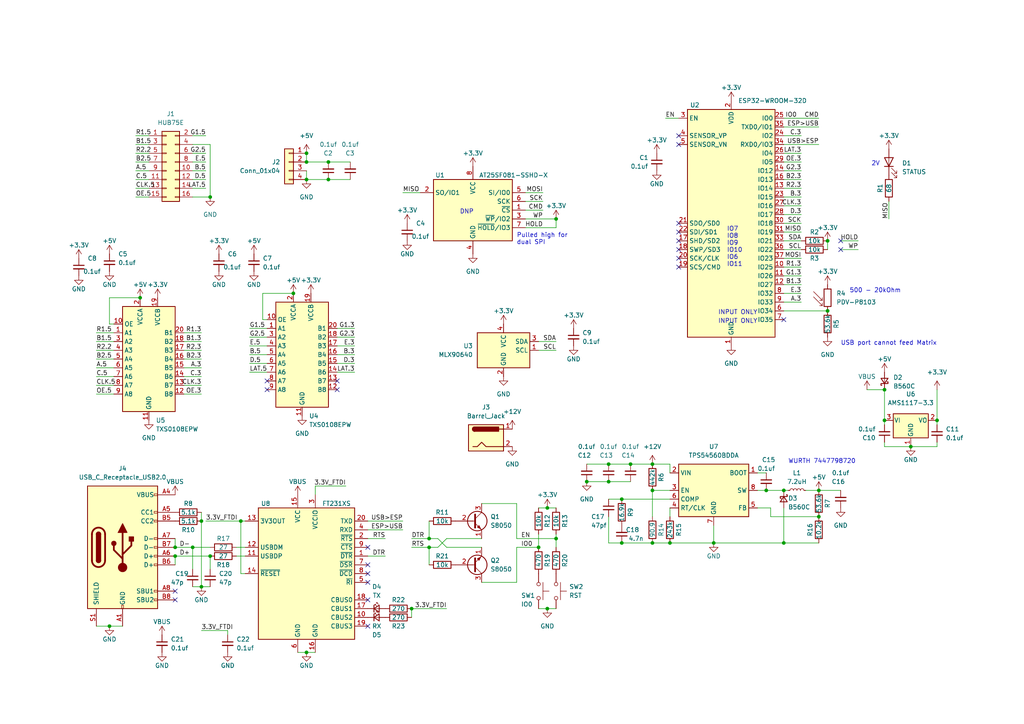
<source format=kicad_sch>
(kicad_sch (version 20211123) (generator eeschema)
  (paper "A4")
  (junction (at 227.33 142.24))
  (junction (at 58.42 170.18))
  (junction (at 88.9 52.07))
  (junction (at 88.9 44.45))
  (junction (at 189.23 134.62))
  (junction (at 60.96 57.15))
  (junction (at 88.9 189.23))
  (junction (at 240.03 90.17))
  (junction (at 182.88 134.62))
  (junction (at 256.54 113.03))
  (junction (at 40.64 86.36))
  (junction (at 50.8 161.29))
  (junction (at 124.46 156.21))
  (junction (at 55.88 158.75))
  (junction (at 60.96 161.29))
  (junction (at 85.09 85.09))
  (junction (at 119.38 176.53))
  (junction (at 69.85 151.13))
  (junction (at 95.25 46.99))
  (junction (at 189.23 142.24))
  (junction (at 88.9 46.99))
  (junction (at 124.46 158.75))
  (junction (at 95.25 52.07))
  (junction (at 176.53 134.62))
  (junction (at 256.54 121.92))
  (junction (at 237.49 142.24))
  (junction (at 237.49 149.86))
  (junction (at 170.18 139.7))
  (junction (at 207.01 157.48))
  (junction (at 240.03 69.85))
  (junction (at 161.29 63.5))
  (junction (at 222.25 142.24))
  (junction (at 264.16 129.54))
  (junction (at 58.42 151.13))
  (junction (at 180.34 144.78))
  (junction (at 227.33 157.48))
  (junction (at 176.53 139.7))
  (junction (at 158.75 176.53))
  (junction (at 180.34 157.48))
  (junction (at 271.78 121.92))
  (junction (at 194.31 157.48))
  (junction (at 189.23 157.48))
  (junction (at 158.75 147.32))
  (junction (at 161.29 156.21))
  (junction (at 31.75 181.61))
  (junction (at 50.8 158.75))
  (junction (at 156.21 158.75))
  (no_connect (at 196.85 41.91))
  (no_connect (at 196.85 39.37))
  (no_connect (at 196.85 72.39))
  (no_connect (at 196.85 74.93))
  (no_connect (at 196.85 77.47))
  (no_connect (at 196.85 67.31))
  (no_connect (at 196.85 69.85))
  (no_connect (at 196.85 64.77))
  (no_connect (at 243.84 72.39))
  (no_connect (at 243.84 69.85))
  (no_connect (at 106.68 173.99))
  (no_connect (at 106.68 168.91))
  (no_connect (at 106.68 181.61))
  (no_connect (at 97.79 110.49))
  (no_connect (at 97.79 113.03))
  (no_connect (at 77.47 113.03))
  (no_connect (at 227.33 92.71))
  (no_connect (at 50.8 173.99))
  (no_connect (at 50.8 171.45))
  (no_connect (at 77.47 110.49))
  (no_connect (at 106.68 158.75))
  (no_connect (at 106.68 166.37))
  (no_connect (at 106.68 163.83))
  (wire (pts (xy 86.36 189.23) (xy 88.9 189.23)))
  (wire (pts (xy 55.88 170.18) (xy 58.42 170.18)))
  (wire (pts (xy 58.42 182.88) (xy 66.04 182.88)))
  (wire (pts (xy 227.33 52.07) (xy 232.41 52.07)))
  (wire (pts (xy 60.96 161.29) (xy 60.96 165.1)))
  (wire (pts (xy 189.23 149.86) (xy 189.23 142.24)))
  (wire (pts (xy 227.33 82.55) (xy 232.41 82.55)))
  (wire (pts (xy 69.85 151.13) (xy 71.12 151.13)))
  (wire (pts (xy 156.21 147.32) (xy 158.75 147.32)))
  (wire (pts (xy 189.23 142.24) (xy 194.31 142.24)))
  (wire (pts (xy 76.2 92.71) (xy 77.47 92.71)))
  (wire (pts (xy 58.42 148.59) (xy 58.42 151.13)))
  (wire (pts (xy 53.34 104.14) (xy 58.42 104.14)))
  (wire (pts (xy 227.33 77.47) (xy 232.41 77.47)))
  (wire (pts (xy 119.38 158.75) (xy 124.46 158.75)))
  (wire (pts (xy 39.37 57.15) (xy 43.18 57.15)))
  (wire (pts (xy 152.4 58.42) (xy 157.48 58.42)))
  (wire (pts (xy 31.75 86.36) (xy 40.64 86.36)))
  (wire (pts (xy 39.37 44.45) (xy 43.18 44.45)))
  (wire (pts (xy 149.86 158.75) (xy 156.21 158.75)))
  (wire (pts (xy 161.29 66.04) (xy 161.29 63.5)))
  (wire (pts (xy 227.33 147.32) (xy 227.33 157.48)))
  (wire (pts (xy 156.21 176.53) (xy 158.75 176.53)))
  (wire (pts (xy 95.25 46.99) (xy 101.6 46.99)))
  (wire (pts (xy 53.34 106.68) (xy 58.42 106.68)))
  (wire (pts (xy 256.54 129.54) (xy 256.54 128.27)))
  (wire (pts (xy 139.7 158.75) (xy 129.54 158.75)))
  (wire (pts (xy 271.78 129.54) (xy 264.16 129.54)))
  (wire (pts (xy 227.33 36.83) (xy 237.49 36.83)))
  (wire (pts (xy 176.53 149.86) (xy 176.53 157.48)))
  (wire (pts (xy 271.78 128.27) (xy 271.78 129.54)))
  (wire (pts (xy 127 156.21) (xy 124.46 156.21)))
  (wire (pts (xy 88.9 49.53) (xy 88.9 52.07)))
  (wire (pts (xy 50.8 156.21) (xy 50.8 158.75)))
  (wire (pts (xy 158.75 176.53) (xy 161.29 176.53)))
  (wire (pts (xy 152.4 66.04) (xy 161.29 66.04)))
  (wire (pts (xy 102.87 105.41) (xy 97.79 105.41)))
  (wire (pts (xy 149.86 168.91) (xy 139.7 168.91)))
  (wire (pts (xy 53.34 96.52) (xy 58.42 96.52)))
  (wire (pts (xy 194.31 134.62) (xy 194.31 137.16)))
  (wire (pts (xy 72.39 102.87) (xy 77.47 102.87)))
  (wire (pts (xy 55.88 39.37) (xy 59.69 39.37)))
  (wire (pts (xy 129.54 176.53) (xy 119.38 176.53)))
  (wire (pts (xy 227.33 41.91) (xy 237.49 41.91)))
  (wire (pts (xy 233.68 142.24) (xy 237.49 142.24)))
  (wire (pts (xy 223.52 149.86) (xy 223.52 147.32)))
  (wire (pts (xy 227.33 69.85) (xy 232.41 69.85)))
  (wire (pts (xy 227.33 64.77) (xy 232.41 64.77)))
  (wire (pts (xy 88.9 189.23) (xy 91.44 189.23)))
  (wire (pts (xy 227.33 59.69) (xy 232.41 59.69)))
  (wire (pts (xy 106.68 161.29) (xy 111.76 161.29)))
  (wire (pts (xy 39.37 41.91) (xy 43.18 41.91)))
  (wire (pts (xy 60.96 41.91) (xy 60.96 57.15)))
  (wire (pts (xy 180.34 144.78) (xy 194.31 144.78)))
  (wire (pts (xy 271.78 121.92) (xy 271.78 123.19)))
  (wire (pts (xy 53.34 99.06) (xy 58.42 99.06)))
  (wire (pts (xy 55.88 44.45) (xy 59.69 44.45)))
  (wire (pts (xy 180.34 157.48) (xy 189.23 157.48)))
  (wire (pts (xy 27.94 111.76) (xy 33.02 111.76)))
  (wire (pts (xy 39.37 52.07) (xy 43.18 52.07)))
  (wire (pts (xy 227.33 87.63) (xy 232.41 87.63)))
  (wire (pts (xy 116.84 55.88) (xy 121.92 55.88)))
  (wire (pts (xy 158.75 147.32) (xy 161.29 147.32)))
  (wire (pts (xy 227.33 39.37) (xy 232.41 39.37)))
  (wire (pts (xy 27.94 109.22) (xy 33.02 109.22)))
  (wire (pts (xy 102.87 97.79) (xy 97.79 97.79)))
  (wire (pts (xy 227.33 90.17) (xy 240.03 90.17)))
  (wire (pts (xy 240.03 69.85) (xy 240.03 72.39)))
  (wire (pts (xy 69.85 151.13) (xy 69.85 166.37)))
  (wire (pts (xy 55.88 41.91) (xy 60.96 41.91)))
  (wire (pts (xy 95.25 52.07) (xy 101.6 52.07)))
  (wire (pts (xy 39.37 39.37) (xy 43.18 39.37)))
  (wire (pts (xy 223.52 149.86) (xy 237.49 149.86)))
  (wire (pts (xy 106.68 153.67) (xy 116.84 153.67)))
  (wire (pts (xy 27.94 114.3) (xy 33.02 114.3)))
  (wire (pts (xy 189.23 157.48) (xy 194.31 157.48)))
  (wire (pts (xy 27.94 96.52) (xy 33.02 96.52)))
  (wire (pts (xy 256.54 113.03) (xy 256.54 121.92)))
  (wire (pts (xy 31.75 93.98) (xy 31.75 86.36)))
  (wire (pts (xy 50.8 163.83) (xy 50.8 161.29)))
  (wire (pts (xy 88.9 52.07) (xy 95.25 52.07)))
  (wire (pts (xy 194.31 147.32) (xy 194.31 149.86)))
  (wire (pts (xy 222.25 142.24) (xy 227.33 142.24)))
  (wire (pts (xy 39.37 49.53) (xy 43.18 49.53)))
  (wire (pts (xy 156.21 154.94) (xy 156.21 158.75)))
  (wire (pts (xy 237.49 142.24) (xy 243.84 142.24)))
  (wire (pts (xy 55.88 158.75) (xy 55.88 165.1)))
  (wire (pts (xy 27.94 104.14) (xy 33.02 104.14)))
  (wire (pts (xy 33.02 93.98) (xy 31.75 93.98)))
  (wire (pts (xy 72.39 105.41) (xy 77.47 105.41)))
  (wire (pts (xy 227.33 72.39) (xy 232.41 72.39)))
  (wire (pts (xy 27.94 181.61) (xy 31.75 181.61)))
  (wire (pts (xy 156.21 99.06) (xy 161.29 99.06)))
  (wire (pts (xy 50.8 161.29) (xy 60.96 161.29)))
  (wire (pts (xy 39.37 46.99) (xy 43.18 46.99)))
  (wire (pts (xy 72.39 100.33) (xy 77.47 100.33)))
  (wire (pts (xy 88.9 44.45) (xy 88.9 46.99)))
  (wire (pts (xy 119.38 156.21) (xy 124.46 156.21)))
  (wire (pts (xy 124.46 158.75) (xy 124.46 163.83)))
  (wire (pts (xy 264.16 129.54) (xy 256.54 129.54)))
  (wire (pts (xy 68.58 158.75) (xy 71.12 158.75)))
  (wire (pts (xy 124.46 156.21) (xy 124.46 151.13)))
  (wire (pts (xy 27.94 106.68) (xy 33.02 106.68)))
  (wire (pts (xy 85.09 85.09) (xy 76.2 85.09)))
  (wire (pts (xy 31.75 181.61) (xy 35.56 181.61)))
  (wire (pts (xy 39.37 54.61) (xy 43.18 54.61)))
  (wire (pts (xy 176.53 144.78) (xy 180.34 144.78)))
  (wire (pts (xy 66.04 182.88) (xy 66.04 184.15)))
  (wire (pts (xy 139.7 156.21) (xy 129.54 156.21)))
  (wire (pts (xy 189.23 134.62) (xy 194.31 134.62)))
  (wire (pts (xy 50.8 158.75) (xy 55.88 158.75)))
  (wire (pts (xy 232.41 80.01) (xy 227.33 80.01)))
  (wire (pts (xy 72.39 107.95) (xy 77.47 107.95)))
  (wire (pts (xy 102.87 95.25) (xy 97.79 95.25)))
  (wire (pts (xy 58.42 170.18) (xy 60.96 170.18)))
  (wire (pts (xy 119.38 176.53) (xy 119.38 179.07)))
  (wire (pts (xy 152.4 60.96) (xy 157.48 60.96)))
  (wire (pts (xy 227.33 74.93) (xy 232.41 74.93)))
  (wire (pts (xy 71.12 166.37) (xy 69.85 166.37)))
  (wire (pts (xy 176.53 134.62) (xy 182.88 134.62)))
  (wire (pts (xy 219.71 137.16) (xy 222.25 137.16)))
  (wire (pts (xy 176.53 139.7) (xy 182.88 139.7)))
  (wire (pts (xy 223.52 147.32) (xy 219.71 147.32)))
  (wire (pts (xy 91.44 140.97) (xy 100.33 140.97)))
  (wire (pts (xy 139.7 146.05) (xy 149.86 146.05)))
  (wire (pts (xy 161.29 156.21) (xy 161.29 158.75)))
  (wire (pts (xy 156.21 101.6) (xy 161.29 101.6)))
  (wire (pts (xy 170.18 134.62) (xy 176.53 134.62)))
  (wire (pts (xy 227.33 54.61) (xy 232.41 54.61)))
  (wire (pts (xy 55.88 52.07) (xy 59.69 52.07)))
  (wire (pts (xy 227.33 142.24) (xy 228.6 142.24)))
  (wire (pts (xy 232.41 85.09) (xy 227.33 85.09)))
  (wire (pts (xy 152.4 55.88) (xy 157.48 55.88)))
  (wire (pts (xy 149.86 158.75) (xy 149.86 168.91)))
  (wire (pts (xy 232.41 44.45) (xy 227.33 44.45)))
  (wire (pts (xy 129.54 158.75) (xy 127 156.21)))
  (wire (pts (xy 271.78 113.03) (xy 271.78 121.92)))
  (wire (pts (xy 227.33 157.48) (xy 237.49 157.48)))
  (wire (pts (xy 55.88 49.53) (xy 59.69 49.53)))
  (wire (pts (xy 58.42 151.13) (xy 58.42 170.18)))
  (wire (pts (xy 182.88 134.62) (xy 189.23 134.62)))
  (wire (pts (xy 59.69 151.13) (xy 69.85 151.13)))
  (wire (pts (xy 232.41 62.23) (xy 227.33 62.23)))
  (wire (pts (xy 55.88 57.15) (xy 60.96 57.15)))
  (wire (pts (xy 127 158.75) (xy 124.46 158.75)))
  (wire (pts (xy 232.41 49.53) (xy 227.33 49.53)))
  (wire (pts (xy 53.34 101.6) (xy 58.42 101.6)))
  (wire (pts (xy 193.04 34.29) (xy 196.85 34.29)))
  (wire (pts (xy 76.2 85.09) (xy 76.2 92.71)))
  (wire (pts (xy 91.44 143.51) (xy 91.44 140.97)))
  (wire (pts (xy 194.31 157.48) (xy 207.01 157.48)))
  (wire (pts (xy 149.86 146.05) (xy 149.86 156.21)))
  (wire (pts (xy 53.34 111.76) (xy 58.42 111.76)))
  (wire (pts (xy 72.39 97.79) (xy 77.47 97.79)))
  (wire (pts (xy 102.87 102.87) (xy 97.79 102.87)))
  (wire (pts (xy 88.9 46.99) (xy 95.25 46.99)))
  (wire (pts (xy 227.33 157.48) (xy 207.01 157.48)))
  (wire (pts (xy 106.68 156.21) (xy 111.76 156.21)))
  (wire (pts (xy 72.39 95.25) (xy 77.47 95.25)))
  (wire (pts (xy 129.54 156.21) (xy 127 158.75)))
  (wire (pts (xy 152.4 63.5) (xy 161.29 63.5)))
  (wire (pts (xy 219.71 142.24) (xy 222.25 142.24)))
  (wire (pts (xy 102.87 100.33) (xy 97.79 100.33)))
  (wire (pts (xy 243.84 69.85) (xy 248.92 69.85)))
  (wire (pts (xy 102.87 107.95) (xy 97.79 107.95)))
  (wire (pts (xy 27.94 99.06) (xy 33.02 99.06)))
  (wire (pts (xy 251.46 113.03) (xy 256.54 113.03)))
  (wire (pts (xy 176.53 157.48) (xy 180.34 157.48)))
  (wire (pts (xy 53.34 109.22) (xy 58.42 109.22)))
  (wire (pts (xy 227.33 67.31) (xy 232.41 67.31)))
  (wire (pts (xy 53.34 114.3) (xy 58.42 114.3)))
  (wire (pts (xy 55.88 158.75) (xy 60.96 158.75)))
  (wire (pts (xy 257.81 63.5) (xy 257.81 58.42)))
  (wire (pts (xy 207.01 157.48) (xy 207.01 152.4)))
  (wire (pts (xy 149.86 156.21) (xy 161.29 156.21)))
  (wire (pts (xy 55.88 46.99) (xy 59.69 46.99)))
  (wire (pts (xy 243.84 72.39) (xy 248.92 72.39)))
  (wire (pts (xy 68.58 161.29) (xy 71.12 161.29)))
  (wire (pts (xy 55.88 54.61) (xy 59.69 54.61)))
  (wire (pts (xy 106.68 151.13) (xy 116.84 151.13)))
  (wire (pts (xy 227.33 34.29) (xy 237.49 34.29)))
  (wire (pts (xy 227.33 46.99) (xy 232.41 46.99)))
  (wire (pts (xy 256.54 121.92) (xy 256.54 123.19)))
  (wire (pts (xy 27.94 101.6) (xy 33.02 101.6)))
  (wire (pts (xy 161.29 154.94) (xy 161.29 156.21)))
  (wire (pts (xy 170.18 139.7) (xy 176.53 139.7)))
  (wire (pts (xy 227.33 57.15) (xy 232.41 57.15)))
  (text "DNP" (at 133.35 62.23 0) (effects (font (size 1.27 1.27)) (justify left bottom)))
  (text "2V" (at 252.73 48.26 0) (effects (font (size 1.27 1.27)) (justify left bottom)))
  (text "USB port cannot feed Matrix" (at 243.84 100.33 0) (effects (font (size 1.27 1.27)) (justify left bottom)))
  (text "WURTH 7447798720" (at 228.6 134.62 0) (effects (font (size 1.27 1.27)) (justify left bottom)))
  (text "500 - 20kOhm" (at 246.38 85.09 0) (effects (font (size 1.27 1.27)) (justify left bottom)))
  (text "IO7\nIO8\nIO9\nIO10\nIO6\nIO11" (at 210.82 77.47 0) (effects (font (size 1.27 1.27)) (justify left bottom)))
  (text "Pulled high for\ndual SPI" (at 149.86 71.12 0) (effects (font (size 1.27 1.27)) (justify left bottom)))
  (text "INPUT ONLY" (at 208.28 91.44 0) (effects (font (size 1.27 1.27)) (justify left bottom)))
  (text "INPUT ONLY" (at 208.28 93.98 0) (effects (font (size 1.27 1.27)) (justify left bottom)))
  (label "3.3V_FTDI" (at 59.69 151.13 0))
  (label "RTS" (at 111.76 156.21 180))
  (label "CLK.3" (at 232.41 59.69 180))
  (label "DTR" (at 111.76 161.29 180))
  (label "CLK.5" (at 39.37 54.61 0))
  (label "R1.3" (at 58.42 96.52 180))
  (label "D+" (at 52.07 161.29 0))
  (label "OE.3" (at 232.41 46.99 180))
  (label "B2.5" (at 27.94 104.14 0))
  (label "CLK.3" (at 58.42 111.76 180))
  (label "C.5" (at 39.37 52.07 0))
  (label "WP" (at 157.48 63.5 180))
  (label "E.3" (at 102.87 100.33 180))
  (label "B2.5" (at 39.37 46.99 0))
  (label "D.5" (at 59.69 52.07 180))
  (label "DTR" (at 119.38 156.21 0))
  (label "G1.3" (at 232.41 80.01 180))
  (label "3.3V_FTDI" (at 100.33 140.97 180))
  (label "B.5" (at 72.39 102.87 0))
  (label "3.3V_FTDI" (at 58.42 182.88 0))
  (label "R2.3" (at 232.41 54.61 180))
  (label "R1.5" (at 27.94 96.52 0))
  (label "SCL" (at 161.29 101.6 180))
  (label "MOSI" (at 232.41 74.93 180))
  (label "C.5" (at 27.94 109.22 0))
  (label "LAT.3" (at 102.87 107.95 180))
  (label "R2.2" (at 39.37 44.45 0))
  (label "RTS" (at 119.38 158.75 0))
  (label "D.3" (at 232.41 62.23 180))
  (label "D.3" (at 102.87 105.41 180))
  (label "R2.3" (at 58.42 101.6 180))
  (label "IO0" (at 231.14 34.29 180))
  (label "B.5" (at 59.69 49.53 180))
  (label "C.3" (at 58.42 109.22 180))
  (label "CMD" (at 237.49 34.29 180))
  (label "CMD" (at 157.48 60.96 180))
  (label "D-" (at 52.07 158.75 0))
  (label "LAT.5" (at 59.69 54.61 180))
  (label "SDA" (at 161.29 99.06 180))
  (label "E.5" (at 59.69 46.99 180))
  (label "B.3" (at 232.41 57.15 180))
  (label "SCK" (at 157.48 58.42 180))
  (label "B2.3" (at 232.41 52.07 180))
  (label "G2.5" (at 72.39 97.79 0))
  (label "A.5" (at 27.94 106.68 0))
  (label "G2.3" (at 232.41 49.53 180))
  (label "LAT.5" (at 72.39 107.95 0))
  (label "G1.3" (at 102.87 95.25 180))
  (label "OE.5" (at 27.94 114.3 0))
  (label "LAT.3" (at 232.41 44.45 180))
  (label "G2.3" (at 102.87 97.79 180))
  (label "D.5" (at 72.39 105.41 0))
  (label "EN" (at 151.13 156.21 0))
  (label "SCK" (at 232.41 64.77 180))
  (label "CLK.5" (at 27.94 111.76 0))
  (label "MISO" (at 257.81 63.5 90))
  (label "ESP>USB" (at 237.49 36.83 180))
  (label "A.3" (at 232.41 87.63 180))
  (label "ESP>USB" (at 116.84 153.67 180))
  (label "MISO" (at 116.84 55.88 0))
  (label "B1.5" (at 27.94 99.06 0))
  (label "B.3" (at 102.87 102.87 180))
  (label "B1.5" (at 39.37 41.91 0))
  (label "B2.3" (at 58.42 104.14 180))
  (label "R1.5" (at 39.37 39.37 0))
  (label "C.3" (at 232.41 39.37 180))
  (label "E.3" (at 232.41 85.09 180))
  (label "IO0" (at 151.13 158.75 0))
  (label "R2.2" (at 27.94 101.6 0))
  (label "HOLD" (at 157.48 66.04 180))
  (label "MOSI" (at 157.48 55.88 180))
  (label "3.3V_FTDI" (at 129.54 176.53 180))
  (label "OE.5" (at 39.37 57.15 0))
  (label "OE.3" (at 58.42 114.3 180))
  (label "HOLD" (at 248.92 69.85 180))
  (label "B1.3" (at 232.41 82.55 180))
  (label "B1.3" (at 58.42 99.06 180))
  (label "R1.3" (at 232.41 77.47 180))
  (label "G1.5" (at 72.39 95.25 0))
  (label "A.3" (at 58.42 106.68 180))
  (label "USB>ESP" (at 116.84 151.13 180))
  (label "SDA" (at 232.41 69.85 180))
  (label "WP" (at 248.92 72.39 180))
  (label "EN" (at 193.04 34.29 0))
  (label "A.5" (at 39.37 49.53 0))
  (label "USB>ESP" (at 237.49 41.91 180))
  (label "G2.5" (at 59.69 44.45 180))
  (label "G1.5" (at 59.69 39.37 180))
  (label "MISO" (at 232.41 67.31 180))
  (label "SCL" (at 232.41 72.39 180))
  (label "E.5" (at 72.39 100.33 0))
  (symbol (lib_id "Sensor_Optical:A9050") (at 240.03 86.36 0) (unit 1)
    (property "Reference" "R4" (at 242.57 85.0899 0) (effects (justify left)))
    (property "Value" "PDV-P8103" (at 242.57 87.6299 0) (effects (justify left)))
    (property "Footprint" "OptoDevice:R_LDR_5.0x4.1mm_P3mm_Vertical" (effects hide))
    (property "Datasheet" "http://cdn-reichelt.de/documents/datenblatt/A500/A90xxxx%23PE.pdf" (effects hide))
  )
  (symbol (lib_id "Device:LED_Small") (at 109.22 176.53 0) (unit 1)
    (property "Reference" "D4" (at 109.2835 170.18 0))
    (property "Value" "TX" (at 109.2835 172.72 0))
    (property "Footprint" "LED_SMD:LED_0805_2012Metric" (effects hide))
  )
  (symbol (lib_id "Device:R") (at 237.49 153.67 0) (mirror y) (unit 1)
    (property "Reference" "R16" (at 234.95 153.67 90))
    (property "Value" "10.2k" (at 237.49 153.67 90))
    (property "Footprint" "Resistor_SMD:R_0805_2012Metric" (effects hide))
  )
  (symbol (lib_id "power:GND") (at 31.75 181.61 0) (unit 1)
    (property "Reference" "#PWR051" (effects hide))
    (property "Value" "GND" (at 31.75 185.42 0))
  )
  (symbol (lib_id "Device:R") (at 236.22 69.85 270) (mirror x) (unit 1)
    (property "Reference" "R2" (at 236.22 67.31 90))
    (property "Value" "10k" (at 236.22 69.85 90))
    (property "Footprint" "Resistor_SMD:R_0805_2012Metric" (effects hide))
  )
  (symbol (lib_id "Device:R") (at 240.03 93.98 0) (mirror x) (unit 1)
    (property "Reference" "R5" (at 242.57 93.98 90))
    (property "Value" "53.6k" (at 240.03 93.98 90))
    (property "Footprint" "Resistor_SMD:R_0805_2012Metric" (effects hide))
  )
  (symbol (lib_id "power:+3.3V") (at 45.72 86.36 0) (unit 1)
    (property "Reference" "#PWR026" (effects hide))
    (property "Value" "+3.3V" (at 45.72 82.55 0))
  )
  (symbol (lib_id "power:GND") (at 73.66 78.74 0) (unit 1)
    (property "Reference" "#PWR020" (effects hide))
    (property "Value" "GND" (at 73.66 82.55 0))
  )
  (symbol (lib_id "power:+3.3V") (at 240.03 82.55 0) (unit 1)
    (property "Reference" "#PWR022" (effects hide))
    (property "Value" "+3.3V" (at 240.03 78.74 0))
  )
  (symbol (lib_id "Device:C_Small") (at 243.84 144.78 180) (unit 1)
    (property "Reference" "C16" (at 245.11 139.6938 0) (effects (justify left)))
    (property "Value" "0.1uf" (at 246.38 137.1538 0) (effects (justify left)))
    (property "Footprint" "Capacitor_SMD:C_0805_2012Metric" (effects hide))
  )
  (symbol (lib_id "power:GND") (at 87.63 120.65 0) (unit 1)
    (property "Reference" "#PWR036" (effects hide))
    (property "Value" "GND" (at 87.63 125.73 0))
  )
  (symbol (lib_id "Device:C_Small") (at 256.54 125.73 180) (unit 1)
    (property "Reference" "C10" (at 254 126.9938 0) (effects (justify left)))
    (property "Value" "0.1uf" (at 254 124.4538 0) (effects (justify left)))
    (property "Footprint" "Capacitor_SMD:C_0805_2012Metric" (effects hide))
  )
  (symbol (lib_id "Device:R") (at 115.57 176.53 90) (unit 1)
    (property "Reference" "R22" (at 115.57 173.99 90))
    (property "Value" "270" (at 115.57 176.53 90))
    (property "Footprint" "Resistor_SMD:R_0805_2012Metric" (effects hide))
  )
  (symbol (lib_id "Device:R") (at 161.29 162.56 0) (mirror x) (unit 1)
    (property "Reference" "R20" (at 163.83 162.56 90))
    (property "Value" "470" (at 161.29 162.56 90))
    (property "Footprint" "Resistor_SMD:R_0805_2012Metric" (effects hide))
  )
  (symbol (lib_id "power:+5V") (at 88.9 44.45 0) (mirror y) (unit 1)
    (property "Reference" "#PWR03" (effects hide))
    (property "Value" "+5V" (at 88.9 39.37 0))
  )
  (symbol (lib_id "power:VBUS") (at 50.8 143.51 0) (unit 1)
    (property "Reference" "#PWR044" (effects hide))
    (property "Value" "VBUS" (at 50.8 139.7 0))
  )
  (symbol (lib_id "power:GND") (at 58.42 170.18 0) (unit 1)
    (property "Reference" "#PWR049" (effects hide))
    (property "Value" "GND" (at 58.42 173.99 0))
  )
  (symbol (lib_id "Connector_Generic:Conn_01x04") (at 83.82 46.99 0) (mirror y) (unit 1)
    (property "Reference" "J2" (at 81.28 46.9899 0) (effects (justify left)))
    (property "Value" "Conn_01x04" (at 81.28 49.5299 0) (effects (justify left)))
    (property "Footprint" "Connector_Molex:Molex_KK-396_A-41791-0004_1x04_P3.96mm_Vertical" (effects hide))
  )
  (symbol (lib_id "power:+5V") (at 73.66 73.66 0) (unit 1)
    (property "Reference" "#PWR015" (effects hide))
    (property "Value" "+5V" (at 73.66 69.85 0))
  )
  (symbol (lib_id "power:GND") (at 43.18 121.92 0) (unit 1)
    (property "Reference" "#PWR037" (effects hide))
    (property "Value" "GND" (at 43.18 127 0))
  )
  (symbol (lib_id "power:+5V") (at 237.49 142.24 0) (unit 1)
    (property "Reference" "#PWR043" (effects hide))
    (property "Value" "+5V" (at 237.49 138.43 0))
  )
  (symbol (lib_id "Device:R") (at 156.21 162.56 0) (mirror x) (unit 1)
    (property "Reference" "R19" (at 158.75 162.56 90))
    (property "Value" "470" (at 156.21 162.56 90))
    (property "Footprint" "Resistor_SMD:R_0805_2012Metric" (effects hide))
  )
  (symbol (lib_id "Device:R") (at 54.61 148.59 90) (unit 1)
    (property "Reference" "R8" (at 54.61 146.05 90))
    (property "Value" "5.1k" (at 54.61 148.59 90))
    (property "Footprint" "Resistor_SMD:R_0805_2012Metric" (effects hide))
  )
  (symbol (lib_id "power:GND") (at 240.03 97.79 0) (unit 1)
    (property "Reference" "#PWR029" (effects hide))
    (property "Value" "GND" (at 240.03 102.87 0))
  )
  (symbol (lib_id "power:GND") (at 212.09 100.33 0) (unit 1)
    (property "Reference" "#PWR031" (effects hide))
    (property "Value" "GND" (at 212.09 105.41 0))
  )
  (symbol (lib_id "power:+5V") (at 31.75 73.66 0) (unit 1)
    (property "Reference" "#PWR013" (effects hide))
    (property "Value" "+5V" (at 31.75 69.85 0))
  )
  (symbol (lib_id "Device:C_Small") (at 46.99 186.69 0) (unit 1)
    (property "Reference" "C21" (at 49.53 185.4262 0) (effects (justify left)))
    (property "Value" "0.1uf" (at 49.53 187.9662 0) (effects (justify left)))
    (property "Footprint" "Capacitor_SMD:C_0805_2012Metric" (effects hide))
  )
  (symbol (lib_id "Device:C_Small") (at 101.6 49.53 180) (unit 1)
    (property "Reference" "C3" (at 102.87 44.4438 0) (effects (justify left)))
    (property "Value" "0.1uf" (at 104.14 41.9038 0) (effects (justify left)))
    (property "Footprint" "Capacitor_SMD:C_0805_2012Metric" (effects hide))
  )
  (symbol (lib_id "power:GND") (at 31.75 78.74 0) (unit 1)
    (property "Reference" "#PWR018" (effects hide))
    (property "Value" "GND" (at 31.75 82.55 0))
  )
  (symbol (lib_id "Device:C_Small") (at 118.11 67.31 0) (unit 1)
    (property "Reference" "C4" (at 120.65 64.7762 0) (effects (justify left)))
    (property "Value" "0.1uf" (at 119.38 68.5862 0) (effects (justify left)))
    (property "Footprint" "Capacitor_SMD:C_0805_2012Metric" (effects hide))
  )
  (symbol (lib_id "Interface_USB:FT231XS") (at 88.9 166.37 0) (unit 1)
    (property "Reference" "U8" (at 75.6794 146.05 0) (effects (justify left)))
    (property "Value" "FT231XS" (at 93.4594 146.05 0) (effects (justify left)))
    (property "Footprint" "Package_SO:SSOP-20_3.9x8.7mm_P0.635mm" (effects hide))
    (property "Datasheet" "https://www.ftdichip.com/Support/Documents/DataSheets/ICs/DS_FT231X.pdf" (effects hide))
  )
  (symbol (lib_id "power:GND") (at 63.5 78.74 0) (unit 1)
    (property "Reference" "#PWR019" (effects hide))
    (property "Value" "GND" (at 63.5 82.55 0))
  )
  (symbol (lib_id "power:GND") (at 22.86 80.01 0) (unit 1)
    (property "Reference" "#PWR021" (effects hide))
    (property "Value" "GND" (at 22.86 83.82 0))
  )
  (symbol (lib_id "Device:R") (at 180.34 148.59 0) (mirror x) (unit 1)
    (property "Reference" "R9" (at 182.88 148.59 90))
    (property "Value" "16.9k" (at 180.34 148.59 90))
    (property "Footprint" "Resistor_SMD:R_0805_2012Metric" (effects hide))
  )
  (symbol (lib_id "power:+5V") (at 40.64 86.36 0) (unit 1)
    (property "Reference" "#PWR025" (effects hide))
    (property "Value" "+5V" (at 40.64 82.55 0))
  )
  (symbol (lib_id "Device:R") (at 64.77 158.75 90) (unit 1)
    (property "Reference" "R17" (at 64.77 156.21 90))
    (property "Value" "27" (at 64.77 158.75 90))
    (property "Footprint" "Resistor_SMD:R_0805_2012Metric" (effects hide))
  )
  (symbol (lib_id "Switch:SW_Push") (at 161.29 171.45 270) (unit 1)
    (property "Reference" "SW2" (at 165.1 170.1799 90) (effects (justify left)))
    (property "Value" "RST" (at 165.1 172.7199 90) (effects (justify left)))
    (property "Footprint" "Button_Switch_SMD:SW_SPST_EVQP7A" (effects hide))
  )
  (symbol (lib_id "power:+3.3V") (at 63.5 73.66 0) (unit 1)
    (property "Reference" "#PWR014" (effects hide))
    (property "Value" "+3.3V" (at 63.5 69.85 0))
  )
  (symbol (lib_id "power:GND") (at 148.59 129.54 0) (unit 1)
    (property "Reference" "#PWR039" (effects hide))
    (property "Value" "GND" (at 148.59 134.62 0))
  )
  (symbol (lib_id "Regulator_Switching:TPS54560BDDA") (at 207.01 142.24 0) (unit 1)
    (property "Reference" "U7" (at 207.01 129.54 0))
    (property "Value" "TPS54560BDDA" (at 207.01 132.08 0))
    (property "Footprint" "Package_SO:Texas_R-PDSO-G8_EP2.95x4.9mm_Mask2.4x3.1mm_ThermalVias" (effects hide))
    (property "Datasheet" "https://www.ti.com/lit/ds/symlink/tps54560b.pdf" (effects hide))
  )
  (symbol (lib_id "power:GND") (at 170.18 139.7 0) (unit 1)
    (property "Reference" "#PWR042" (effects hide))
    (property "Value" "GND" (at 170.18 144.78 0))
  )
  (symbol (lib_id "power:+3.3V") (at 190.5 44.45 0) (unit 1)
    (property "Reference" "#PWR04" (effects hide))
    (property "Value" "+3.3V" (at 190.5 40.64 0))
  )
  (symbol (lib_id "Device:C_Small") (at 176.53 147.32 0) (unit 1)
    (property "Reference" "C17" (at 171.45 149.8662 0) (effects (justify left)))
    (property "Value" "47pf" (at 171.45 152.4062 0) (effects (justify left)))
    (property "Footprint" "Capacitor_SMD:C_0805_2012Metric" (effects hide))
  )
  (symbol (lib_id "Connector:Barrel_Jack") (at 140.97 127 0) (unit 1)
    (property "Reference" "J3" (at 140.97 118.11 0))
    (property "Value" "Barrel_Jack" (at 140.97 120.65 0))
    (property "Footprint" "Connector_BarrelJack:BarrelJack_Horizontal" (effects hide))
  )
  (symbol (lib_id "Device:C_Small") (at 55.88 167.64 0) (unit 1)
    (property "Reference" "C19" (at 50.8 166.3762 0) (effects (justify left)))
    (property "Value" "47p" (at 49.53 168.9162 0) (effects (justify left)))
    (property "Footprint" "Capacitor_SMD:C_0805_2012Metric" (effects hide))
  )
  (symbol (lib_id "power:+3.3V") (at 257.81 43.18 0) (unit 1)
    (property "Reference" "#PWR02" (effects hide))
    (property "Value" "+3.3V" (at 257.81 39.37 0))
  )
  (symbol (lib_id "Device:R") (at 128.27 163.83 270) (mirror x) (unit 1)
    (property "Reference" "R21" (at 128.27 161.29 90))
    (property "Value" "10k" (at 128.27 163.83 90))
    (property "Footprint" "Resistor_SMD:R_0805_2012Metric" (effects hide))
  )
  (symbol (lib_id "power:+12V") (at 189.23 134.62 0) (unit 1)
    (property "Reference" "#PWR041" (effects hide))
    (property "Value" "+12V" (at 189.23 129.54 0))
  )
  (symbol (lib_id "power:VBUS") (at 251.46 113.03 0) (unit 1)
    (property "Reference" "#PWR034" (effects hide))
    (property "Value" "VBUS" (at 251.46 109.22 0))
  )
  (symbol (lib_id "power:GND") (at 190.5 49.53 0) (unit 1)
    (property "Reference" "#PWR06" (effects hide))
    (property "Value" "GND" (at 190.5 53.34 0))
  )
  (symbol (lib_id "power:VBUS") (at 86.36 143.51 0) (unit 1)
    (property "Reference" "#PWR045" (effects hide))
    (property "Value" "VBUS" (at 86.36 139.7 0))
  )
  (symbol (lib_id "power:GND") (at 88.9 189.23 0) (unit 1)
    (property "Reference" "#PWR055" (effects hide))
    (property "Value" "GND" (at 88.9 193.04 0))
  )
  (symbol (lib_id "power:GND") (at 46.99 189.23 0) (unit 1)
    (property "Reference" "#PWR053" (effects hide))
    (property "Value" "GND" (at 46.99 193.04 0))
  )
  (symbol (lib_id "power:+3.3V") (at 271.78 113.03 0) (unit 1)
    (property "Reference" "#PWR035" (effects hide))
    (property "Value" "+3.3V" (at 271.78 107.95 0))
  )
  (symbol (lib_id "Device:C_Small") (at 182.88 137.16 180) (unit 1)
    (property "Reference" "C14" (at 184.15 132.0738 0) (effects (justify left)))
    (property "Value" "0.1uf" (at 185.42 129.5338 0) (effects (justify left)))
    (property "Footprint" "Capacitor_SMD:C_0805_2012Metric" (effects hide))
  )
  (symbol (lib_id "Device:C_Small") (at 66.04 186.69 0) (unit 1)
    (property "Reference" "C22" (at 68.58 185.4262 0) (effects (justify left)))
    (property "Value" "0.1uf" (at 68.58 187.9662 0) (effects (justify left)))
    (property "Footprint" "Capacitor_SMD:C_0805_2012Metric" (effects hide))
  )
  (symbol (lib_id "Device:C_Small") (at 60.96 167.64 0) (unit 1)
    (property "Reference" "C20" (at 63.5 166.3762 0) (effects (justify left)))
    (property "Value" "47p" (at 63.5 168.9162 0) (effects (justify left)))
    (property "Footprint" "Capacitor_SMD:C_0805_2012Metric" (effects hide))
  )
  (symbol (lib_id "Memory_Flash:AT25SF081-SSHD-X") (at 137.16 60.96 0) (mirror y) (unit 1)
    (property "Reference" "U1" (at 126.2506 50.8 0) (effects (justify right)))
    (property "Value" "AT25SF081-SSHD-X" (at 138.9506 50.8 0) (effects (justify right)))
    (property "Footprint" "Package_SO:SOIC-8_3.9x4.9mm_P1.27mm" (effects hide))
    (property "Datasheet" "https://www.adestotech.com/wp-content/uploads/DS-AT25SF081_045.pdf" (effects hide))
  )
  (symbol (lib_id "power:+3.3V") (at 212.09 29.21 0) (unit 1)
    (property "Reference" "#PWR01" (effects hide))
    (property "Value" "+3.3V" (at 212.09 25.4 0))
  )
  (symbol (lib_id "Device:D_Schottky_Small") (at 256.54 110.49 90) (unit 1)
    (property "Reference" "D2" (at 259.08 109.4739 90) (effects (justify right)))
    (property "Value" "B560C" (at 259.08 112.0139 90) (effects (justify right)))
    (property "Footprint" "Diode_SMD:D_SMC" (effects hide))
  )
  (symbol (lib_id "Device:C_Small") (at 190.5 46.99 0) (unit 1)
    (property "Reference" "C1" (at 185.42 45.7262 0) (effects (justify left)))
    (property "Value" "0.1uf" (at 182.88 48.2662 0) (effects (justify left)))
    (property "Footprint" "Capacitor_SMD:C_0805_2012Metric" (effects hide))
  )
  (symbol (lib_id "Device:R") (at 115.57 179.07 270) (unit 1)
    (property "Reference" "R23" (at 115.57 181.61 90))
    (property "Value" "270" (at 115.57 179.07 90))
    (property "Footprint" "Resistor_SMD:R_0805_2012Metric" (effects hide))
  )
  (symbol (lib_id "Device:C_Small") (at 180.34 154.94 180) (unit 1)
    (property "Reference" "C18" (at 185.42 153.6638 0) (effects (justify left)))
    (property "Value" "4.7n" (at 186.69 156.2038 0) (effects (justify left)))
    (property "Footprint" "Capacitor_SMD:C_0805_2012Metric" (effects hide))
  )
  (symbol (lib_id "Device:R") (at 54.61 151.13 270) (unit 1)
    (property "Reference" "R10" (at 54.61 153.67 90))
    (property "Value" "5.1k" (at 54.61 151.13 90))
    (property "Footprint" "Resistor_SMD:R_0805_2012Metric" (effects hide))
  )
  (symbol (lib_id "power:GND") (at 66.04 189.23 0) (unit 1)
    (property "Reference" "#PWR054" (effects hide))
    (property "Value" "GND" (at 66.04 193.04 0))
  )
  (symbol (lib_id "Device:R") (at 156.21 151.13 0) (mirror x) (unit 1)
    (property "Reference" "R12" (at 158.75 151.13 90))
    (property "Value" "10k" (at 156.21 151.13 90))
    (property "Footprint" "Resistor_SMD:R_0805_2012Metric" (effects hide))
  )
  (symbol (lib_id "power:+3.3V") (at 158.75 147.32 0) (unit 1)
    (property "Reference" "#PWR046" (effects hide))
    (property "Value" "+3.3V" (at 158.75 143.51 0))
  )
  (symbol (lib_id "power:+3.3V") (at 240.03 69.85 0) (unit 1)
    (property "Reference" "#PWR012" (effects hide))
    (property "Value" "+3.3V" (at 240.03 66.04 0))
  )
  (symbol (lib_id "power:GND") (at 118.11 69.85 0) (unit 1)
    (property "Reference" "#PWR011" (effects hide))
    (property "Value" "GND" (at 118.11 73.66 0))
  )
  (symbol (lib_id "power:+3.3V") (at 22.86 74.93 0) (unit 1)
    (property "Reference" "#PWR017" (effects hide))
    (property "Value" "+3.3V" (at 22.86 71.12 0))
  )
  (symbol (lib_id "Logic_LevelTranslator:TXS0108EPW") (at 87.63 102.87 0) (unit 1)
    (property "Reference" "U4" (at 89.6494 120.65 0) (effects (justify left)))
    (property "Value" "TXS0108EPW" (at 89.6494 123.19 0) (effects (justify left)))
    (property "Footprint" "Package_SO:TSSOP-20_4.4x6.5mm_P0.65mm" (effects hide))
    (property "Datasheet" "www.ti.com/lit/ds/symlink/txs0108e.pdf" (effects hide))
  )
  (symbol (lib_id "Device:R") (at 257.81 54.61 0) (mirror y) (unit 1)
    (property "Reference" "R1" (at 255.27 54.61 90))
    (property "Value" "68" (at 257.81 54.61 90))
    (property "Footprint" "Resistor_SMD:R_0805_2012Metric" (effects hide))
  )
  (symbol (lib_id "Device:R") (at 236.22 72.39 90) (mirror x) (unit 1)
    (property "Reference" "R3" (at 236.22 74.93 90))
    (property "Value" "10k" (at 236.22 72.39 90))
    (property "Footprint" "Resistor_SMD:R_0805_2012Metric" (effects hide))
  )
  (symbol (lib_id "power:GND") (at 88.9 52.07 0) (mirror y) (unit 1)
    (property "Reference" "#PWR07" (effects hide))
    (property "Value" "GND" (at 88.9 57.15 0))
  )
  (symbol (lib_id "Device:R") (at 194.31 153.67 0) (mirror x) (unit 1)
    (property "Reference" "R15" (at 196.85 153.67 90))
    (property "Value" "243k" (at 194.31 153.67 90))
    (property "Footprint" "Resistor_SMD:R_0805_2012Metric" (effects hide))
  )
  (symbol (lib_id "Device:L_Small") (at 231.14 142.24 90) (unit 1)
    (property "Reference" "L1" (at 231.14 137.16 90))
    (property "Value" "7.2uH" (at 231.14 139.7 90))
    (property "Footprint" "Inductor_SMD:L_Wuerth_WE-PDF" (effects hide))
  )
  (symbol (lib_id "Connector:USB_C_Receptacle_USB2.0") (at 35.56 158.75 0) (unit 1)
    (property "Reference" "J4" (at 35.56 135.89 0))
    (property "Value" "USB_C_Receptacle_USB2.0" (at 35.56 138.43 0))
    (property "Footprint" "Connector_USB:USB_C_Receptacle_GCT_USB4085" (effects hide))
    (property "Datasheet" "https://www.usb.org/sites/default/files/documents/usb_type-c.zip" (effects hide))
  )
  (symbol (lib_id "power:+3.3V") (at 166.37 95.25 0) (unit 1)
    (property "Reference" "#PWR028" (effects hide))
    (property "Value" "+3.3V" (at 166.37 91.44 0))
  )
  (symbol (lib_id "Device:C_Small") (at 22.86 77.47 0) (unit 1)
    (property "Reference" "C8" (at 25.4 74.9362 0) (effects (justify left)))
    (property "Value" "0.1uf" (at 24.13 78.7462 0) (effects (justify left)))
    (property "Footprint" "Capacitor_SMD:C_0805_2012Metric" (effects hide))
  )
  (symbol (lib_id "power:+3.3V") (at 161.29 63.5 0) (unit 1)
    (property "Reference" "#PWR09" (effects hide))
    (property "Value" "+3.3V" (at 161.29 59.69 0))
  )
  (symbol (lib_id "Device:C_Small") (at 271.78 125.73 0) (unit 1)
    (property "Reference" "C11" (at 274.32 124.4662 0) (effects (justify left)))
    (property "Value" "0.1uf" (at 274.32 127.0062 0) (effects (justify left)))
    (property "Footprint" "Capacitor_SMD:C_0805_2012Metric" (effects hide))
  )
  (symbol (lib_id "Device:C_Small") (at 166.37 97.79 0) (unit 1)
    (property "Reference" "C9" (at 168.91 96.5262 0) (effects (justify left)))
    (property "Value" "0.1uf" (at 168.91 99.0662 0) (effects (justify left)))
    (property "Footprint" "Capacitor_SMD:C_0805_2012Metric" (effects hide))
  )
  (symbol (lib_id "power:+3.3V") (at 90.17 85.09 0) (unit 1)
    (property "Reference" "#PWR024" (effects hide))
    (property "Value" "+3.3V" (at 90.17 81.28 0))
  )
  (symbol (lib_id "Device:C_Small") (at 176.53 137.16 180) (unit 1)
    (property "Reference" "C13" (at 177.8 132.0738 0) (effects (justify left)))
    (property "Value" "0.1uf" (at 179.07 129.5338 0) (effects (justify left)))
    (property "Footprint" "Capacitor_SMD:C_0805_2012Metric" (effects hide))
  )
  (symbol (lib_id "Transistor_BJT:S8050") (at 137.16 163.83 0) (mirror x) (unit 1)
    (property "Reference" "Q2" (at 142.24 162.5599 0) (effects (justify left)))
    (property "Value" "S8050" (at 142.24 165.0999 0) (effects (justify left)))
    (property "Footprint" "Package_TO_SOT_SMD:SOT-23" (effects hide))
    (property "Datasheet" "http://www.unisonic.com.tw/datasheet/S8050.pdf" (effects hide))
  )
  (symbol (lib_id "power:GND") (at 166.37 100.33 0) (unit 1)
    (property "Reference" "#PWR030" (effects hide))
    (property "Value" "GND" (at 166.37 104.14 0))
  )
  (symbol (lib_id "Transistor_BJT:S8050") (at 137.16 151.13 0) (unit 1)
    (property "Reference" "Q1" (at 142.24 149.8599 0) (effects (justify left)))
    (property "Value" "S8050" (at 142.24 152.3999 0) (effects (justify left)))
    (property "Footprint" "Package_TO_SOT_SMD:SOT-23" (effects hide))
    (property "Datasheet" "http://www.unisonic.com.tw/datasheet/S8050.pdf" (effects hide))
  )
  (symbol (lib_id "Device:LED") (at 257.81 46.99 90) (unit 1)
    (property "Reference" "D1" (at 261.62 47.3074 90) (effects (justify right)))
    (property "Value" "STATUS" (at 261.62 49.8474 90) (effects (justify right)))
    (property "Footprint" "LED_THT:LED_D5.0mm_Clear" (effects hide))
  )
  (symbol (lib_id "Device:C_Small") (at 95.25 49.53 180) (unit 1)
    (property "Reference" "C2" (at 96.52 44.4438 0) (effects (justify left)))
    (property "Value" "0.1uf" (at 97.79 41.9038 0) (effects (justify left)))
    (property "Footprint" "Capacitor_SMD:C_0805_2012Metric" (effects hide))
  )
  (symbol (lib_id "Device:C_Small") (at 73.66 76.2 0) (unit 1)
    (property "Reference" "C7" (at 76.2 74.9362 0) (effects (justify left)))
    (property "Value" "0.1uf" (at 76.2 77.4762 0) (effects (justify left)))
    (property "Footprint" "Capacitor_SMD:C_0805_2012Metric" (effects hide))
  )
  (symbol (lib_id "RF_Module:ESP32-WROOM-32D") (at 212.09 64.77 0) (unit 1)
    (property "Reference" "U2" (at 200.1394 30.48 0) (effects (justify left)))
    (property "Value" "ESP32-WROOM-32D" (at 214.1094 29.21 0) (effects (justify left)))
    (property "Footprint" "RF_Module:ESP32-WROOM-32" (effects hide))
    (property "Datasheet" "https://www.espressif.com/sites/default/files/documentation/esp32-wroom-32d_esp32-wroom-32u_datasheet_en.pdf" (effects hide))
  )
  (symbol (lib_id "power:GND") (at 60.96 57.15 0) (unit 1)
    (property "Reference" "#PWR08" (effects hide))
    (property "Value" "GND" (at 60.96 62.23 0))
  )
  (symbol (lib_id "power:GND") (at 264.16 129.54 0) (unit 1)
    (property "Reference" "#PWR040" (effects hide))
    (property "Value" "GND" (at 264.16 133.35 0))
  )
  (symbol (lib_id "Device:C_Small") (at 63.5 76.2 0) (unit 1)
    (property "Reference" "C6" (at 66.04 73.6662 0) (effects (justify left)))
    (property "Value" "0.1uf" (at 64.77 77.4762 0) (effects (justify left)))
    (property "Footprint" "Capacitor_SMD:C_0805_2012Metric" (effects hide))
  )
  (symbol (lib_id "power:VBUS") (at 46.99 184.15 0) (unit 1)
    (property "Reference" "#PWR052" (effects hide))
    (property "Value" "VBUS" (at 46.99 180.34 0))
  )
  (symbol (lib_id "power:+5V") (at 256.54 107.95 0) (unit 1)
    (property "Reference" "#PWR032" (effects hide))
    (property "Value" "+5V" (at 256.54 104.14 0))
  )
  (symbol (lib_id "power:+12V") (at 148.59 124.46 0) (unit 1)
    (property "Reference" "#PWR038" (effects hide))
    (property "Value" "+12V" (at 148.59 119.38 0))
  )
  (symbol (lib_id "basilisk:MLX90640") (at 146.05 101.6 0) (unit 1)
    (property "Reference" "U3" (at 137.16 100.3299 0) (effects (justify right)))
    (property "Value" "MLX90640" (at 137.16 102.8699 0) (effects (justify right)))
    (property "Footprint" "basilisk:TO292P930H600-4" (effects hide))
  )
  (symbol (lib_id "Device:R") (at 189.23 138.43 0) (mirror x) (unit 1)
    (property "Reference" "R6" (at 191.77 138.43 90))
    (property "Value" "442k" (at 189.23 138.43 90))
    (property "Footprint" "Resistor_SMD:R_0805_2012Metric" (effects hide))
  )
  (symbol (lib_id "power:+3.3V") (at 137.16 48.26 0) (unit 1)
    (property "Reference" "#PWR05" (effects hide))
    (property "Value" "+3.3V" (at 137.16 44.45 0))
  )
  (symbol (lib_id "power:+5V") (at 85.09 85.09 0) (unit 1)
    (property "Reference" "#PWR023" (effects hide))
    (property "Value" "+5V" (at 85.09 81.28 0))
  )
  (symbol (lib_id "Regulator_Linear:AMS1117-3.3") (at 264.16 121.92 0) (unit 1)
    (property "Reference" "U6" (at 264.16 114.3 0))
    (property "Value" "AMS1117-3.3" (at 264.16 116.84 0))
    (property "Footprint" "Package_TO_SOT_SMD:SOT-223-3_TabPin2" (effects hide))
    (property "Datasheet" "http://www.advanced-monolithic.com/pdf/ds1117.pdf" (effects hide))
  )
  (symbol (lib_id "Device:C_Small") (at 31.75 76.2 0) (unit 1)
    (property "Reference" "C5" (at 34.29 73.6662 0) (effects (justify left)))
    (property "Value" "0.1uf" (at 34.29 76.2062 0) (effects (justify left)))
    (property "Footprint" "Capacitor_SMD:C_0805_2012Metric" (effects hide))
  )
  (symbol (lib_id "Connector_Generic:Conn_02x08_Odd_Even") (at 48.26 46.99 0) (unit 1)
    (property "Reference" "J1" (at 49.53 33.02 0))
    (property "Value" "HUB75E" (at 49.53 35.56 0))
    (property "Footprint" "Connector_PinSocket_2.54mm:PinSocket_2x08_P2.54mm_Vertical" (effects hide))
  )
  (symbol (lib_id "Device:R") (at 128.27 151.13 270) (mirror x) (unit 1)
    (property "Reference" "R11" (at 128.27 148.59 90))
    (property "Value" "10k" (at 128.27 151.13 90))
    (property "Footprint" "Resistor_SMD:R_0805_2012Metric" (effects hide))
  )
  (symbol (lib_id "Device:C_Small") (at 222.25 139.7 0) (unit 1)
    (property "Reference" "C15" (at 220.98 133.3562 0) (effects (justify left)))
    (property "Value" "0.1uf" (at 219.71 135.8962 0) (effects (justify left)))
    (property "Footprint" "Capacitor_SMD:C_0805_2012Metric" (effects hide))
  )
  (symbol (lib_id "Device:R") (at 64.77 161.29 270) (unit 1)
    (property "Reference" "R18" (at 64.77 163.83 90))
    (property "Value" "27" (at 64.77 161.29 90))
    (property "Footprint" "Resistor_SMD:R_0805_2012Metric" (effects hide))
  )
  (symbol (lib_id "Switch:SW_Push") (at 156.21 171.45 270) (unit 1)
    (property "Reference" "SW1" (at 151.13 172.7199 90) (effects (justify left)))
    (property "Value" "IO0" (at 151.13 175.2599 90) (effects (justify left)))
    (property "Footprint" "Button_Switch_SMD:SW_SPST_EVQP7A" (effects hide))
  )
  (symbol (lib_id "power:GND") (at 207.01 157.48 0) (unit 1)
    (property "Reference" "#PWR048" (effects hide))
    (property "Value" "GND" (at 207.01 161.29 0))
  )
  (symbol (lib_id "power:GND") (at 158.75 176.53 0) (unit 1)
    (property "Reference" "#PWR050" (effects hide))
    (property "Value" "GND" (at 158.75 181.61 0))
  )
  (symbol (lib_id "Device:LED_Small") (at 109.22 179.07 0) (unit 1)
    (property "Reference" "D5" (at 109.2835 184.15 0))
    (property "Value" "RX" (at 109.2835 181.61 0))
    (property "Footprint" "LED_SMD:LED_0805_2012Metric" (effects hide))
  )
  (symbol (lib_id "Device:R") (at 237.49 146.05 0) (mirror x) (unit 1)
    (property "Reference" "R7" (at 240.03 146.05 90))
    (property "Value" "53.6k" (at 237.49 146.05 90))
    (property "Footprint" "Resistor_SMD:R_0805_2012Metric" (effects hide))
  )
  (symbol (lib_id "Device:R") (at 161.29 151.13 0) (mirror x) (unit 1)
    (property "Reference" "R13" (at 163.83 151.13 90))
    (property "Value" "10k" (at 161.29 151.13 90))
    (property "Footprint" "Resistor_SMD:R_0805_2012Metric" (effects hide))
  )
  (symbol (lib_id "Device:D_Schottky_Small") (at 227.33 144.78 270) (unit 1)
    (property "Reference" "D3" (at 228.6 144.5259 90) (effects (justify left)))
    (property "Value" "B560C" (at 228.6 147.0659 90) (effects (justify left)))
    (property "Footprint" "Diode_SMD:D_SMC" (effects hide))
  )
  (symbol (lib_id "Device:R") (at 189.23 153.67 0) (mirror x) (unit 1)
    (property "Reference" "R14" (at 191.77 153.67 90))
    (property "Value" "90.9" (at 189.23 153.67 90))
    (property "Footprint" "Resistor_SMD:R_0805_2012Metric" (effects hide))
  )
  (symbol (lib_id "power:GND") (at 243.84 147.32 0) (unit 1)
    (property "Reference" "#PWR047" (effects hide))
    (property "Value" "GND" (at 243.84 152.4 0))
  )
  (symbol (lib_id "power:+3.3V") (at 146.05 93.98 0) (unit 1)
    (property "Reference" "#PWR027" (effects hide))
    (property "Value" "+3.3V" (at 146.05 90.17 0))
  )
  (symbol (lib_id "power:GND") (at 146.05 109.22 0) (unit 1)
    (property "Reference" "#PWR033" (effects hide))
    (property "Value" "GND" (at 146.05 114.3 0))
  )
  (symbol (lib_id "Device:C_Small") (at 170.18 137.16 180) (unit 1)
    (property "Reference" "C12" (at 171.45 132.0738 0) (effects (justify left)))
    (property "Value" "0.1uf" (at 172.72 129.5338 0) (effects (justify left)))
    (property "Footprint" "Capacitor_SMD:C_0805_2012Metric" (effects hide))
  )
  (symbol (lib_id "power:+3.3V") (at 118.11 64.77 0) (unit 1)
    (property "Reference" "#PWR010" (effects hide))
    (property "Value" "+3.3V" (at 118.11 60.96 0))
  )
  (symbol (lib_id "power:GND") (at 137.16 73.66 0) (unit 1)
    (property "Reference" "#PWR016" (effects hide))
    (property "Value" "GND" (at 137.16 78.74 0))
  )
  (symbol (lib_id "Logic_LevelTranslator:TXS0108EPW") (at 43.18 104.14 0) (unit 1)
    (property "Reference" "U5" (at 45.1994 121.92 0) (effects (justify left)))
    (property "Value" "TXS0108EPW" (at 45.1994 124.46 0) (effects (justify left)))
    (property "Footprint" "Package_SO:TSSOP-20_4.4x6.5mm_P0.65mm" (effects hide))
    (property "Datasheet" "www.ti.com/lit/ds/symlink/txs0108e.pdf" (effects hide))
  )
)
</source>
